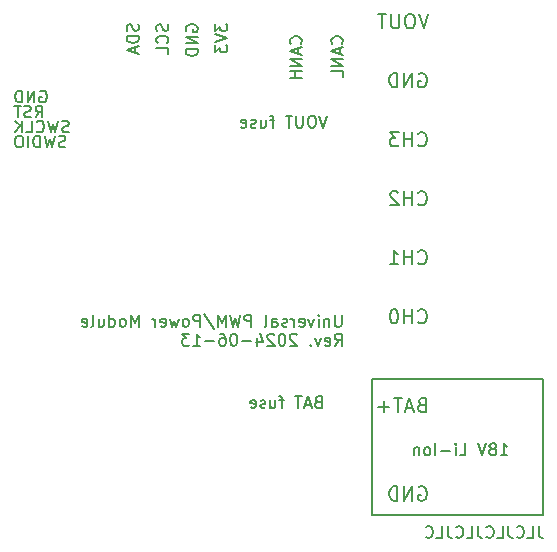
<source format=gbr>
%TF.GenerationSoftware,KiCad,Pcbnew,8.0.3*%
%TF.CreationDate,2024-06-13T00:54:23+02:00*%
%TF.ProjectId,pwm-ctrl,70776d2d-6374-4726-9c2e-6b696361645f,1*%
%TF.SameCoordinates,Original*%
%TF.FileFunction,Legend,Bot*%
%TF.FilePolarity,Positive*%
%FSLAX46Y46*%
G04 Gerber Fmt 4.6, Leading zero omitted, Abs format (unit mm)*
G04 Created by KiCad (PCBNEW 8.0.3) date 2024-06-13 00:54:23*
%MOMM*%
%LPD*%
G01*
G04 APERTURE LIST*
%ADD10C,0.150000*%
%ADD11C,0.160000*%
G04 APERTURE END LIST*
D10*
X188443420Y-131564075D02*
X188443420Y-132373598D01*
X188443420Y-132373598D02*
X188395801Y-132468836D01*
X188395801Y-132468836D02*
X188348182Y-132516456D01*
X188348182Y-132516456D02*
X188252944Y-132564075D01*
X188252944Y-132564075D02*
X188062468Y-132564075D01*
X188062468Y-132564075D02*
X187967230Y-132516456D01*
X187967230Y-132516456D02*
X187919611Y-132468836D01*
X187919611Y-132468836D02*
X187871992Y-132373598D01*
X187871992Y-132373598D02*
X187871992Y-131564075D01*
X187395801Y-131897408D02*
X187395801Y-132564075D01*
X187395801Y-131992646D02*
X187348182Y-131945027D01*
X187348182Y-131945027D02*
X187252944Y-131897408D01*
X187252944Y-131897408D02*
X187110087Y-131897408D01*
X187110087Y-131897408D02*
X187014849Y-131945027D01*
X187014849Y-131945027D02*
X186967230Y-132040265D01*
X186967230Y-132040265D02*
X186967230Y-132564075D01*
X186491039Y-132564075D02*
X186491039Y-131897408D01*
X186491039Y-131564075D02*
X186538658Y-131611694D01*
X186538658Y-131611694D02*
X186491039Y-131659313D01*
X186491039Y-131659313D02*
X186443420Y-131611694D01*
X186443420Y-131611694D02*
X186491039Y-131564075D01*
X186491039Y-131564075D02*
X186491039Y-131659313D01*
X186110087Y-131897408D02*
X185871992Y-132564075D01*
X185871992Y-132564075D02*
X185633897Y-131897408D01*
X184871992Y-132516456D02*
X184967230Y-132564075D01*
X184967230Y-132564075D02*
X185157706Y-132564075D01*
X185157706Y-132564075D02*
X185252944Y-132516456D01*
X185252944Y-132516456D02*
X185300563Y-132421217D01*
X185300563Y-132421217D02*
X185300563Y-132040265D01*
X185300563Y-132040265D02*
X185252944Y-131945027D01*
X185252944Y-131945027D02*
X185157706Y-131897408D01*
X185157706Y-131897408D02*
X184967230Y-131897408D01*
X184967230Y-131897408D02*
X184871992Y-131945027D01*
X184871992Y-131945027D02*
X184824373Y-132040265D01*
X184824373Y-132040265D02*
X184824373Y-132135503D01*
X184824373Y-132135503D02*
X185300563Y-132230741D01*
X184395801Y-132564075D02*
X184395801Y-131897408D01*
X184395801Y-132087884D02*
X184348182Y-131992646D01*
X184348182Y-131992646D02*
X184300563Y-131945027D01*
X184300563Y-131945027D02*
X184205325Y-131897408D01*
X184205325Y-131897408D02*
X184110087Y-131897408D01*
X183824372Y-132516456D02*
X183729134Y-132564075D01*
X183729134Y-132564075D02*
X183538658Y-132564075D01*
X183538658Y-132564075D02*
X183443420Y-132516456D01*
X183443420Y-132516456D02*
X183395801Y-132421217D01*
X183395801Y-132421217D02*
X183395801Y-132373598D01*
X183395801Y-132373598D02*
X183443420Y-132278360D01*
X183443420Y-132278360D02*
X183538658Y-132230741D01*
X183538658Y-132230741D02*
X183681515Y-132230741D01*
X183681515Y-132230741D02*
X183776753Y-132183122D01*
X183776753Y-132183122D02*
X183824372Y-132087884D01*
X183824372Y-132087884D02*
X183824372Y-132040265D01*
X183824372Y-132040265D02*
X183776753Y-131945027D01*
X183776753Y-131945027D02*
X183681515Y-131897408D01*
X183681515Y-131897408D02*
X183538658Y-131897408D01*
X183538658Y-131897408D02*
X183443420Y-131945027D01*
X182538658Y-132564075D02*
X182538658Y-132040265D01*
X182538658Y-132040265D02*
X182586277Y-131945027D01*
X182586277Y-131945027D02*
X182681515Y-131897408D01*
X182681515Y-131897408D02*
X182871991Y-131897408D01*
X182871991Y-131897408D02*
X182967229Y-131945027D01*
X182538658Y-132516456D02*
X182633896Y-132564075D01*
X182633896Y-132564075D02*
X182871991Y-132564075D01*
X182871991Y-132564075D02*
X182967229Y-132516456D01*
X182967229Y-132516456D02*
X183014848Y-132421217D01*
X183014848Y-132421217D02*
X183014848Y-132325979D01*
X183014848Y-132325979D02*
X182967229Y-132230741D01*
X182967229Y-132230741D02*
X182871991Y-132183122D01*
X182871991Y-132183122D02*
X182633896Y-132183122D01*
X182633896Y-132183122D02*
X182538658Y-132135503D01*
X181919610Y-132564075D02*
X182014848Y-132516456D01*
X182014848Y-132516456D02*
X182062467Y-132421217D01*
X182062467Y-132421217D02*
X182062467Y-131564075D01*
X180776752Y-132564075D02*
X180776752Y-131564075D01*
X180776752Y-131564075D02*
X180395800Y-131564075D01*
X180395800Y-131564075D02*
X180300562Y-131611694D01*
X180300562Y-131611694D02*
X180252943Y-131659313D01*
X180252943Y-131659313D02*
X180205324Y-131754551D01*
X180205324Y-131754551D02*
X180205324Y-131897408D01*
X180205324Y-131897408D02*
X180252943Y-131992646D01*
X180252943Y-131992646D02*
X180300562Y-132040265D01*
X180300562Y-132040265D02*
X180395800Y-132087884D01*
X180395800Y-132087884D02*
X180776752Y-132087884D01*
X179871990Y-131564075D02*
X179633895Y-132564075D01*
X179633895Y-132564075D02*
X179443419Y-131849789D01*
X179443419Y-131849789D02*
X179252943Y-132564075D01*
X179252943Y-132564075D02*
X179014848Y-131564075D01*
X178633895Y-132564075D02*
X178633895Y-131564075D01*
X178633895Y-131564075D02*
X178300562Y-132278360D01*
X178300562Y-132278360D02*
X177967229Y-131564075D01*
X177967229Y-131564075D02*
X177967229Y-132564075D01*
X176776753Y-131516456D02*
X177633895Y-132802170D01*
X176443419Y-132564075D02*
X176443419Y-131564075D01*
X176443419Y-131564075D02*
X176062467Y-131564075D01*
X176062467Y-131564075D02*
X175967229Y-131611694D01*
X175967229Y-131611694D02*
X175919610Y-131659313D01*
X175919610Y-131659313D02*
X175871991Y-131754551D01*
X175871991Y-131754551D02*
X175871991Y-131897408D01*
X175871991Y-131897408D02*
X175919610Y-131992646D01*
X175919610Y-131992646D02*
X175967229Y-132040265D01*
X175967229Y-132040265D02*
X176062467Y-132087884D01*
X176062467Y-132087884D02*
X176443419Y-132087884D01*
X175300562Y-132564075D02*
X175395800Y-132516456D01*
X175395800Y-132516456D02*
X175443419Y-132468836D01*
X175443419Y-132468836D02*
X175491038Y-132373598D01*
X175491038Y-132373598D02*
X175491038Y-132087884D01*
X175491038Y-132087884D02*
X175443419Y-131992646D01*
X175443419Y-131992646D02*
X175395800Y-131945027D01*
X175395800Y-131945027D02*
X175300562Y-131897408D01*
X175300562Y-131897408D02*
X175157705Y-131897408D01*
X175157705Y-131897408D02*
X175062467Y-131945027D01*
X175062467Y-131945027D02*
X175014848Y-131992646D01*
X175014848Y-131992646D02*
X174967229Y-132087884D01*
X174967229Y-132087884D02*
X174967229Y-132373598D01*
X174967229Y-132373598D02*
X175014848Y-132468836D01*
X175014848Y-132468836D02*
X175062467Y-132516456D01*
X175062467Y-132516456D02*
X175157705Y-132564075D01*
X175157705Y-132564075D02*
X175300562Y-132564075D01*
X174633895Y-131897408D02*
X174443419Y-132564075D01*
X174443419Y-132564075D02*
X174252943Y-132087884D01*
X174252943Y-132087884D02*
X174062467Y-132564075D01*
X174062467Y-132564075D02*
X173871991Y-131897408D01*
X173110086Y-132516456D02*
X173205324Y-132564075D01*
X173205324Y-132564075D02*
X173395800Y-132564075D01*
X173395800Y-132564075D02*
X173491038Y-132516456D01*
X173491038Y-132516456D02*
X173538657Y-132421217D01*
X173538657Y-132421217D02*
X173538657Y-132040265D01*
X173538657Y-132040265D02*
X173491038Y-131945027D01*
X173491038Y-131945027D02*
X173395800Y-131897408D01*
X173395800Y-131897408D02*
X173205324Y-131897408D01*
X173205324Y-131897408D02*
X173110086Y-131945027D01*
X173110086Y-131945027D02*
X173062467Y-132040265D01*
X173062467Y-132040265D02*
X173062467Y-132135503D01*
X173062467Y-132135503D02*
X173538657Y-132230741D01*
X172633895Y-132564075D02*
X172633895Y-131897408D01*
X172633895Y-132087884D02*
X172586276Y-131992646D01*
X172586276Y-131992646D02*
X172538657Y-131945027D01*
X172538657Y-131945027D02*
X172443419Y-131897408D01*
X172443419Y-131897408D02*
X172348181Y-131897408D01*
X171252942Y-132564075D02*
X171252942Y-131564075D01*
X171252942Y-131564075D02*
X170919609Y-132278360D01*
X170919609Y-132278360D02*
X170586276Y-131564075D01*
X170586276Y-131564075D02*
X170586276Y-132564075D01*
X169967228Y-132564075D02*
X170062466Y-132516456D01*
X170062466Y-132516456D02*
X170110085Y-132468836D01*
X170110085Y-132468836D02*
X170157704Y-132373598D01*
X170157704Y-132373598D02*
X170157704Y-132087884D01*
X170157704Y-132087884D02*
X170110085Y-131992646D01*
X170110085Y-131992646D02*
X170062466Y-131945027D01*
X170062466Y-131945027D02*
X169967228Y-131897408D01*
X169967228Y-131897408D02*
X169824371Y-131897408D01*
X169824371Y-131897408D02*
X169729133Y-131945027D01*
X169729133Y-131945027D02*
X169681514Y-131992646D01*
X169681514Y-131992646D02*
X169633895Y-132087884D01*
X169633895Y-132087884D02*
X169633895Y-132373598D01*
X169633895Y-132373598D02*
X169681514Y-132468836D01*
X169681514Y-132468836D02*
X169729133Y-132516456D01*
X169729133Y-132516456D02*
X169824371Y-132564075D01*
X169824371Y-132564075D02*
X169967228Y-132564075D01*
X168776752Y-132564075D02*
X168776752Y-131564075D01*
X168776752Y-132516456D02*
X168871990Y-132564075D01*
X168871990Y-132564075D02*
X169062466Y-132564075D01*
X169062466Y-132564075D02*
X169157704Y-132516456D01*
X169157704Y-132516456D02*
X169205323Y-132468836D01*
X169205323Y-132468836D02*
X169252942Y-132373598D01*
X169252942Y-132373598D02*
X169252942Y-132087884D01*
X169252942Y-132087884D02*
X169205323Y-131992646D01*
X169205323Y-131992646D02*
X169157704Y-131945027D01*
X169157704Y-131945027D02*
X169062466Y-131897408D01*
X169062466Y-131897408D02*
X168871990Y-131897408D01*
X168871990Y-131897408D02*
X168776752Y-131945027D01*
X167871990Y-131897408D02*
X167871990Y-132564075D01*
X168300561Y-131897408D02*
X168300561Y-132421217D01*
X168300561Y-132421217D02*
X168252942Y-132516456D01*
X168252942Y-132516456D02*
X168157704Y-132564075D01*
X168157704Y-132564075D02*
X168014847Y-132564075D01*
X168014847Y-132564075D02*
X167919609Y-132516456D01*
X167919609Y-132516456D02*
X167871990Y-132468836D01*
X167252942Y-132564075D02*
X167348180Y-132516456D01*
X167348180Y-132516456D02*
X167395799Y-132421217D01*
X167395799Y-132421217D02*
X167395799Y-131564075D01*
X166491037Y-132516456D02*
X166586275Y-132564075D01*
X166586275Y-132564075D02*
X166776751Y-132564075D01*
X166776751Y-132564075D02*
X166871989Y-132516456D01*
X166871989Y-132516456D02*
X166919608Y-132421217D01*
X166919608Y-132421217D02*
X166919608Y-132040265D01*
X166919608Y-132040265D02*
X166871989Y-131945027D01*
X166871989Y-131945027D02*
X166776751Y-131897408D01*
X166776751Y-131897408D02*
X166586275Y-131897408D01*
X166586275Y-131897408D02*
X166491037Y-131945027D01*
X166491037Y-131945027D02*
X166443418Y-132040265D01*
X166443418Y-132040265D02*
X166443418Y-132135503D01*
X166443418Y-132135503D02*
X166919608Y-132230741D01*
X187871992Y-134174019D02*
X188205325Y-133697828D01*
X188443420Y-134174019D02*
X188443420Y-133174019D01*
X188443420Y-133174019D02*
X188062468Y-133174019D01*
X188062468Y-133174019D02*
X187967230Y-133221638D01*
X187967230Y-133221638D02*
X187919611Y-133269257D01*
X187919611Y-133269257D02*
X187871992Y-133364495D01*
X187871992Y-133364495D02*
X187871992Y-133507352D01*
X187871992Y-133507352D02*
X187919611Y-133602590D01*
X187919611Y-133602590D02*
X187967230Y-133650209D01*
X187967230Y-133650209D02*
X188062468Y-133697828D01*
X188062468Y-133697828D02*
X188443420Y-133697828D01*
X187062468Y-134126400D02*
X187157706Y-134174019D01*
X187157706Y-134174019D02*
X187348182Y-134174019D01*
X187348182Y-134174019D02*
X187443420Y-134126400D01*
X187443420Y-134126400D02*
X187491039Y-134031161D01*
X187491039Y-134031161D02*
X187491039Y-133650209D01*
X187491039Y-133650209D02*
X187443420Y-133554971D01*
X187443420Y-133554971D02*
X187348182Y-133507352D01*
X187348182Y-133507352D02*
X187157706Y-133507352D01*
X187157706Y-133507352D02*
X187062468Y-133554971D01*
X187062468Y-133554971D02*
X187014849Y-133650209D01*
X187014849Y-133650209D02*
X187014849Y-133745447D01*
X187014849Y-133745447D02*
X187491039Y-133840685D01*
X186681515Y-133507352D02*
X186443420Y-134174019D01*
X186443420Y-134174019D02*
X186205325Y-133507352D01*
X185824372Y-134078780D02*
X185776753Y-134126400D01*
X185776753Y-134126400D02*
X185824372Y-134174019D01*
X185824372Y-134174019D02*
X185871991Y-134126400D01*
X185871991Y-134126400D02*
X185824372Y-134078780D01*
X185824372Y-134078780D02*
X185824372Y-134174019D01*
X184633896Y-133269257D02*
X184586277Y-133221638D01*
X184586277Y-133221638D02*
X184491039Y-133174019D01*
X184491039Y-133174019D02*
X184252944Y-133174019D01*
X184252944Y-133174019D02*
X184157706Y-133221638D01*
X184157706Y-133221638D02*
X184110087Y-133269257D01*
X184110087Y-133269257D02*
X184062468Y-133364495D01*
X184062468Y-133364495D02*
X184062468Y-133459733D01*
X184062468Y-133459733D02*
X184110087Y-133602590D01*
X184110087Y-133602590D02*
X184681515Y-134174019D01*
X184681515Y-134174019D02*
X184062468Y-134174019D01*
X183443420Y-133174019D02*
X183348182Y-133174019D01*
X183348182Y-133174019D02*
X183252944Y-133221638D01*
X183252944Y-133221638D02*
X183205325Y-133269257D01*
X183205325Y-133269257D02*
X183157706Y-133364495D01*
X183157706Y-133364495D02*
X183110087Y-133554971D01*
X183110087Y-133554971D02*
X183110087Y-133793066D01*
X183110087Y-133793066D02*
X183157706Y-133983542D01*
X183157706Y-133983542D02*
X183205325Y-134078780D01*
X183205325Y-134078780D02*
X183252944Y-134126400D01*
X183252944Y-134126400D02*
X183348182Y-134174019D01*
X183348182Y-134174019D02*
X183443420Y-134174019D01*
X183443420Y-134174019D02*
X183538658Y-134126400D01*
X183538658Y-134126400D02*
X183586277Y-134078780D01*
X183586277Y-134078780D02*
X183633896Y-133983542D01*
X183633896Y-133983542D02*
X183681515Y-133793066D01*
X183681515Y-133793066D02*
X183681515Y-133554971D01*
X183681515Y-133554971D02*
X183633896Y-133364495D01*
X183633896Y-133364495D02*
X183586277Y-133269257D01*
X183586277Y-133269257D02*
X183538658Y-133221638D01*
X183538658Y-133221638D02*
X183443420Y-133174019D01*
X182729134Y-133269257D02*
X182681515Y-133221638D01*
X182681515Y-133221638D02*
X182586277Y-133174019D01*
X182586277Y-133174019D02*
X182348182Y-133174019D01*
X182348182Y-133174019D02*
X182252944Y-133221638D01*
X182252944Y-133221638D02*
X182205325Y-133269257D01*
X182205325Y-133269257D02*
X182157706Y-133364495D01*
X182157706Y-133364495D02*
X182157706Y-133459733D01*
X182157706Y-133459733D02*
X182205325Y-133602590D01*
X182205325Y-133602590D02*
X182776753Y-134174019D01*
X182776753Y-134174019D02*
X182157706Y-134174019D01*
X181300563Y-133507352D02*
X181300563Y-134174019D01*
X181538658Y-133126400D02*
X181776753Y-133840685D01*
X181776753Y-133840685D02*
X181157706Y-133840685D01*
X180776753Y-133793066D02*
X180014849Y-133793066D01*
X179348182Y-133174019D02*
X179252944Y-133174019D01*
X179252944Y-133174019D02*
X179157706Y-133221638D01*
X179157706Y-133221638D02*
X179110087Y-133269257D01*
X179110087Y-133269257D02*
X179062468Y-133364495D01*
X179062468Y-133364495D02*
X179014849Y-133554971D01*
X179014849Y-133554971D02*
X179014849Y-133793066D01*
X179014849Y-133793066D02*
X179062468Y-133983542D01*
X179062468Y-133983542D02*
X179110087Y-134078780D01*
X179110087Y-134078780D02*
X179157706Y-134126400D01*
X179157706Y-134126400D02*
X179252944Y-134174019D01*
X179252944Y-134174019D02*
X179348182Y-134174019D01*
X179348182Y-134174019D02*
X179443420Y-134126400D01*
X179443420Y-134126400D02*
X179491039Y-134078780D01*
X179491039Y-134078780D02*
X179538658Y-133983542D01*
X179538658Y-133983542D02*
X179586277Y-133793066D01*
X179586277Y-133793066D02*
X179586277Y-133554971D01*
X179586277Y-133554971D02*
X179538658Y-133364495D01*
X179538658Y-133364495D02*
X179491039Y-133269257D01*
X179491039Y-133269257D02*
X179443420Y-133221638D01*
X179443420Y-133221638D02*
X179348182Y-133174019D01*
X178157706Y-133174019D02*
X178348182Y-133174019D01*
X178348182Y-133174019D02*
X178443420Y-133221638D01*
X178443420Y-133221638D02*
X178491039Y-133269257D01*
X178491039Y-133269257D02*
X178586277Y-133412114D01*
X178586277Y-133412114D02*
X178633896Y-133602590D01*
X178633896Y-133602590D02*
X178633896Y-133983542D01*
X178633896Y-133983542D02*
X178586277Y-134078780D01*
X178586277Y-134078780D02*
X178538658Y-134126400D01*
X178538658Y-134126400D02*
X178443420Y-134174019D01*
X178443420Y-134174019D02*
X178252944Y-134174019D01*
X178252944Y-134174019D02*
X178157706Y-134126400D01*
X178157706Y-134126400D02*
X178110087Y-134078780D01*
X178110087Y-134078780D02*
X178062468Y-133983542D01*
X178062468Y-133983542D02*
X178062468Y-133745447D01*
X178062468Y-133745447D02*
X178110087Y-133650209D01*
X178110087Y-133650209D02*
X178157706Y-133602590D01*
X178157706Y-133602590D02*
X178252944Y-133554971D01*
X178252944Y-133554971D02*
X178443420Y-133554971D01*
X178443420Y-133554971D02*
X178538658Y-133602590D01*
X178538658Y-133602590D02*
X178586277Y-133650209D01*
X178586277Y-133650209D02*
X178633896Y-133745447D01*
X177633896Y-133793066D02*
X176871992Y-133793066D01*
X175871992Y-134174019D02*
X176443420Y-134174019D01*
X176157706Y-134174019D02*
X176157706Y-133174019D01*
X176157706Y-133174019D02*
X176252944Y-133316876D01*
X176252944Y-133316876D02*
X176348182Y-133412114D01*
X176348182Y-133412114D02*
X176443420Y-133459733D01*
X175538658Y-133174019D02*
X174919611Y-133174019D01*
X174919611Y-133174019D02*
X175252944Y-133554971D01*
X175252944Y-133554971D02*
X175110087Y-133554971D01*
X175110087Y-133554971D02*
X175014849Y-133602590D01*
X175014849Y-133602590D02*
X174967230Y-133650209D01*
X174967230Y-133650209D02*
X174919611Y-133745447D01*
X174919611Y-133745447D02*
X174919611Y-133983542D01*
X174919611Y-133983542D02*
X174967230Y-134078780D01*
X174967230Y-134078780D02*
X175014849Y-134126400D01*
X175014849Y-134126400D02*
X175110087Y-134174019D01*
X175110087Y-134174019D02*
X175395801Y-134174019D01*
X175395801Y-134174019D02*
X175491039Y-134126400D01*
X175491039Y-134126400D02*
X175538658Y-134078780D01*
X191000000Y-137000000D02*
X205500000Y-137000000D01*
X205500000Y-148500000D01*
X191000000Y-148500000D01*
X191000000Y-137000000D01*
D11*
X194923308Y-122182537D02*
X194980451Y-122239680D01*
X194980451Y-122239680D02*
X195151879Y-122296822D01*
X195151879Y-122296822D02*
X195266165Y-122296822D01*
X195266165Y-122296822D02*
X195437594Y-122239680D01*
X195437594Y-122239680D02*
X195551879Y-122125394D01*
X195551879Y-122125394D02*
X195609022Y-122011108D01*
X195609022Y-122011108D02*
X195666165Y-121782537D01*
X195666165Y-121782537D02*
X195666165Y-121611108D01*
X195666165Y-121611108D02*
X195609022Y-121382537D01*
X195609022Y-121382537D02*
X195551879Y-121268251D01*
X195551879Y-121268251D02*
X195437594Y-121153965D01*
X195437594Y-121153965D02*
X195266165Y-121096822D01*
X195266165Y-121096822D02*
X195151879Y-121096822D01*
X195151879Y-121096822D02*
X194980451Y-121153965D01*
X194980451Y-121153965D02*
X194923308Y-121211108D01*
X194409022Y-122296822D02*
X194409022Y-121096822D01*
X194409022Y-121668251D02*
X193723308Y-121668251D01*
X193723308Y-122296822D02*
X193723308Y-121096822D01*
X193209022Y-121211108D02*
X193151879Y-121153965D01*
X193151879Y-121153965D02*
X193037594Y-121096822D01*
X193037594Y-121096822D02*
X192751879Y-121096822D01*
X192751879Y-121096822D02*
X192637594Y-121153965D01*
X192637594Y-121153965D02*
X192580451Y-121211108D01*
X192580451Y-121211108D02*
X192523308Y-121325394D01*
X192523308Y-121325394D02*
X192523308Y-121439680D01*
X192523308Y-121439680D02*
X192580451Y-121611108D01*
X192580451Y-121611108D02*
X193266165Y-122296822D01*
X193266165Y-122296822D02*
X192523308Y-122296822D01*
X194923308Y-127182537D02*
X194980451Y-127239680D01*
X194980451Y-127239680D02*
X195151879Y-127296822D01*
X195151879Y-127296822D02*
X195266165Y-127296822D01*
X195266165Y-127296822D02*
X195437594Y-127239680D01*
X195437594Y-127239680D02*
X195551879Y-127125394D01*
X195551879Y-127125394D02*
X195609022Y-127011108D01*
X195609022Y-127011108D02*
X195666165Y-126782537D01*
X195666165Y-126782537D02*
X195666165Y-126611108D01*
X195666165Y-126611108D02*
X195609022Y-126382537D01*
X195609022Y-126382537D02*
X195551879Y-126268251D01*
X195551879Y-126268251D02*
X195437594Y-126153965D01*
X195437594Y-126153965D02*
X195266165Y-126096822D01*
X195266165Y-126096822D02*
X195151879Y-126096822D01*
X195151879Y-126096822D02*
X194980451Y-126153965D01*
X194980451Y-126153965D02*
X194923308Y-126211108D01*
X194409022Y-127296822D02*
X194409022Y-126096822D01*
X194409022Y-126668251D02*
X193723308Y-126668251D01*
X193723308Y-127296822D02*
X193723308Y-126096822D01*
X192523308Y-127296822D02*
X193209022Y-127296822D01*
X192866165Y-127296822D02*
X192866165Y-126096822D01*
X192866165Y-126096822D02*
X192980451Y-126268251D01*
X192980451Y-126268251D02*
X193094736Y-126382537D01*
X193094736Y-126382537D02*
X193209022Y-126439680D01*
D10*
X186440476Y-138931009D02*
X186297619Y-138978628D01*
X186297619Y-138978628D02*
X186250000Y-139026247D01*
X186250000Y-139026247D02*
X186202381Y-139121485D01*
X186202381Y-139121485D02*
X186202381Y-139264342D01*
X186202381Y-139264342D02*
X186250000Y-139359580D01*
X186250000Y-139359580D02*
X186297619Y-139407200D01*
X186297619Y-139407200D02*
X186392857Y-139454819D01*
X186392857Y-139454819D02*
X186773809Y-139454819D01*
X186773809Y-139454819D02*
X186773809Y-138454819D01*
X186773809Y-138454819D02*
X186440476Y-138454819D01*
X186440476Y-138454819D02*
X186345238Y-138502438D01*
X186345238Y-138502438D02*
X186297619Y-138550057D01*
X186297619Y-138550057D02*
X186250000Y-138645295D01*
X186250000Y-138645295D02*
X186250000Y-138740533D01*
X186250000Y-138740533D02*
X186297619Y-138835771D01*
X186297619Y-138835771D02*
X186345238Y-138883390D01*
X186345238Y-138883390D02*
X186440476Y-138931009D01*
X186440476Y-138931009D02*
X186773809Y-138931009D01*
X185821428Y-139169104D02*
X185345238Y-139169104D01*
X185916666Y-139454819D02*
X185583333Y-138454819D01*
X185583333Y-138454819D02*
X185250000Y-139454819D01*
X185059523Y-138454819D02*
X184488095Y-138454819D01*
X184773809Y-139454819D02*
X184773809Y-138454819D01*
X183535713Y-138788152D02*
X183154761Y-138788152D01*
X183392856Y-139454819D02*
X183392856Y-138597676D01*
X183392856Y-138597676D02*
X183345237Y-138502438D01*
X183345237Y-138502438D02*
X183249999Y-138454819D01*
X183249999Y-138454819D02*
X183154761Y-138454819D01*
X182392856Y-138788152D02*
X182392856Y-139454819D01*
X182821427Y-138788152D02*
X182821427Y-139311961D01*
X182821427Y-139311961D02*
X182773808Y-139407200D01*
X182773808Y-139407200D02*
X182678570Y-139454819D01*
X182678570Y-139454819D02*
X182535713Y-139454819D01*
X182535713Y-139454819D02*
X182440475Y-139407200D01*
X182440475Y-139407200D02*
X182392856Y-139359580D01*
X181964284Y-139407200D02*
X181869046Y-139454819D01*
X181869046Y-139454819D02*
X181678570Y-139454819D01*
X181678570Y-139454819D02*
X181583332Y-139407200D01*
X181583332Y-139407200D02*
X181535713Y-139311961D01*
X181535713Y-139311961D02*
X181535713Y-139264342D01*
X181535713Y-139264342D02*
X181583332Y-139169104D01*
X181583332Y-139169104D02*
X181678570Y-139121485D01*
X181678570Y-139121485D02*
X181821427Y-139121485D01*
X181821427Y-139121485D02*
X181916665Y-139073866D01*
X181916665Y-139073866D02*
X181964284Y-138978628D01*
X181964284Y-138978628D02*
X181964284Y-138931009D01*
X181964284Y-138931009D02*
X181916665Y-138835771D01*
X181916665Y-138835771D02*
X181821427Y-138788152D01*
X181821427Y-138788152D02*
X181678570Y-138788152D01*
X181678570Y-138788152D02*
X181583332Y-138835771D01*
X180726189Y-139407200D02*
X180821427Y-139454819D01*
X180821427Y-139454819D02*
X181011903Y-139454819D01*
X181011903Y-139454819D02*
X181107141Y-139407200D01*
X181107141Y-139407200D02*
X181154760Y-139311961D01*
X181154760Y-139311961D02*
X181154760Y-138931009D01*
X181154760Y-138931009D02*
X181107141Y-138835771D01*
X181107141Y-138835771D02*
X181011903Y-138788152D01*
X181011903Y-138788152D02*
X180821427Y-138788152D01*
X180821427Y-138788152D02*
X180726189Y-138835771D01*
X180726189Y-138835771D02*
X180678570Y-138931009D01*
X180678570Y-138931009D02*
X180678570Y-139026247D01*
X180678570Y-139026247D02*
X181154760Y-139121485D01*
X173707200Y-106964160D02*
X173754819Y-107107017D01*
X173754819Y-107107017D02*
X173754819Y-107345112D01*
X173754819Y-107345112D02*
X173707200Y-107440350D01*
X173707200Y-107440350D02*
X173659580Y-107487969D01*
X173659580Y-107487969D02*
X173564342Y-107535588D01*
X173564342Y-107535588D02*
X173469104Y-107535588D01*
X173469104Y-107535588D02*
X173373866Y-107487969D01*
X173373866Y-107487969D02*
X173326247Y-107440350D01*
X173326247Y-107440350D02*
X173278628Y-107345112D01*
X173278628Y-107345112D02*
X173231009Y-107154636D01*
X173231009Y-107154636D02*
X173183390Y-107059398D01*
X173183390Y-107059398D02*
X173135771Y-107011779D01*
X173135771Y-107011779D02*
X173040533Y-106964160D01*
X173040533Y-106964160D02*
X172945295Y-106964160D01*
X172945295Y-106964160D02*
X172850057Y-107011779D01*
X172850057Y-107011779D02*
X172802438Y-107059398D01*
X172802438Y-107059398D02*
X172754819Y-107154636D01*
X172754819Y-107154636D02*
X172754819Y-107392731D01*
X172754819Y-107392731D02*
X172802438Y-107535588D01*
X173659580Y-108535588D02*
X173707200Y-108487969D01*
X173707200Y-108487969D02*
X173754819Y-108345112D01*
X173754819Y-108345112D02*
X173754819Y-108249874D01*
X173754819Y-108249874D02*
X173707200Y-108107017D01*
X173707200Y-108107017D02*
X173611961Y-108011779D01*
X173611961Y-108011779D02*
X173516723Y-107964160D01*
X173516723Y-107964160D02*
X173326247Y-107916541D01*
X173326247Y-107916541D02*
X173183390Y-107916541D01*
X173183390Y-107916541D02*
X172992914Y-107964160D01*
X172992914Y-107964160D02*
X172897676Y-108011779D01*
X172897676Y-108011779D02*
X172802438Y-108107017D01*
X172802438Y-108107017D02*
X172754819Y-108249874D01*
X172754819Y-108249874D02*
X172754819Y-108345112D01*
X172754819Y-108345112D02*
X172802438Y-108487969D01*
X172802438Y-108487969D02*
X172850057Y-108535588D01*
X173754819Y-109440350D02*
X173754819Y-108964160D01*
X173754819Y-108964160D02*
X172754819Y-108964160D01*
X162904398Y-112632438D02*
X162999636Y-112584819D01*
X162999636Y-112584819D02*
X163142493Y-112584819D01*
X163142493Y-112584819D02*
X163285350Y-112632438D01*
X163285350Y-112632438D02*
X163380588Y-112727676D01*
X163380588Y-112727676D02*
X163428207Y-112822914D01*
X163428207Y-112822914D02*
X163475826Y-113013390D01*
X163475826Y-113013390D02*
X163475826Y-113156247D01*
X163475826Y-113156247D02*
X163428207Y-113346723D01*
X163428207Y-113346723D02*
X163380588Y-113441961D01*
X163380588Y-113441961D02*
X163285350Y-113537200D01*
X163285350Y-113537200D02*
X163142493Y-113584819D01*
X163142493Y-113584819D02*
X163047255Y-113584819D01*
X163047255Y-113584819D02*
X162904398Y-113537200D01*
X162904398Y-113537200D02*
X162856779Y-113489580D01*
X162856779Y-113489580D02*
X162856779Y-113156247D01*
X162856779Y-113156247D02*
X163047255Y-113156247D01*
X162428207Y-113584819D02*
X162428207Y-112584819D01*
X162428207Y-112584819D02*
X161856779Y-113584819D01*
X161856779Y-113584819D02*
X161856779Y-112584819D01*
X161380588Y-113584819D02*
X161380588Y-112584819D01*
X161380588Y-112584819D02*
X161142493Y-112584819D01*
X161142493Y-112584819D02*
X160999636Y-112632438D01*
X160999636Y-112632438D02*
X160904398Y-112727676D01*
X160904398Y-112727676D02*
X160856779Y-112822914D01*
X160856779Y-112822914D02*
X160809160Y-113013390D01*
X160809160Y-113013390D02*
X160809160Y-113156247D01*
X160809160Y-113156247D02*
X160856779Y-113346723D01*
X160856779Y-113346723D02*
X160904398Y-113441961D01*
X160904398Y-113441961D02*
X160999636Y-113537200D01*
X160999636Y-113537200D02*
X161142493Y-113584819D01*
X161142493Y-113584819D02*
X161380588Y-113584819D01*
X201904761Y-143454819D02*
X202476189Y-143454819D01*
X202190475Y-143454819D02*
X202190475Y-142454819D01*
X202190475Y-142454819D02*
X202285713Y-142597676D01*
X202285713Y-142597676D02*
X202380951Y-142692914D01*
X202380951Y-142692914D02*
X202476189Y-142740533D01*
X201333332Y-142883390D02*
X201428570Y-142835771D01*
X201428570Y-142835771D02*
X201476189Y-142788152D01*
X201476189Y-142788152D02*
X201523808Y-142692914D01*
X201523808Y-142692914D02*
X201523808Y-142645295D01*
X201523808Y-142645295D02*
X201476189Y-142550057D01*
X201476189Y-142550057D02*
X201428570Y-142502438D01*
X201428570Y-142502438D02*
X201333332Y-142454819D01*
X201333332Y-142454819D02*
X201142856Y-142454819D01*
X201142856Y-142454819D02*
X201047618Y-142502438D01*
X201047618Y-142502438D02*
X200999999Y-142550057D01*
X200999999Y-142550057D02*
X200952380Y-142645295D01*
X200952380Y-142645295D02*
X200952380Y-142692914D01*
X200952380Y-142692914D02*
X200999999Y-142788152D01*
X200999999Y-142788152D02*
X201047618Y-142835771D01*
X201047618Y-142835771D02*
X201142856Y-142883390D01*
X201142856Y-142883390D02*
X201333332Y-142883390D01*
X201333332Y-142883390D02*
X201428570Y-142931009D01*
X201428570Y-142931009D02*
X201476189Y-142978628D01*
X201476189Y-142978628D02*
X201523808Y-143073866D01*
X201523808Y-143073866D02*
X201523808Y-143264342D01*
X201523808Y-143264342D02*
X201476189Y-143359580D01*
X201476189Y-143359580D02*
X201428570Y-143407200D01*
X201428570Y-143407200D02*
X201333332Y-143454819D01*
X201333332Y-143454819D02*
X201142856Y-143454819D01*
X201142856Y-143454819D02*
X201047618Y-143407200D01*
X201047618Y-143407200D02*
X200999999Y-143359580D01*
X200999999Y-143359580D02*
X200952380Y-143264342D01*
X200952380Y-143264342D02*
X200952380Y-143073866D01*
X200952380Y-143073866D02*
X200999999Y-142978628D01*
X200999999Y-142978628D02*
X201047618Y-142931009D01*
X201047618Y-142931009D02*
X201142856Y-142883390D01*
X200666665Y-142454819D02*
X200333332Y-143454819D01*
X200333332Y-143454819D02*
X199999999Y-142454819D01*
X198428570Y-143454819D02*
X198904760Y-143454819D01*
X198904760Y-143454819D02*
X198904760Y-142454819D01*
X198095236Y-143454819D02*
X198095236Y-142788152D01*
X198095236Y-142454819D02*
X198142855Y-142502438D01*
X198142855Y-142502438D02*
X198095236Y-142550057D01*
X198095236Y-142550057D02*
X198047617Y-142502438D01*
X198047617Y-142502438D02*
X198095236Y-142454819D01*
X198095236Y-142454819D02*
X198095236Y-142550057D01*
X197619046Y-143073866D02*
X196857142Y-143073866D01*
X196380951Y-143454819D02*
X196380951Y-142454819D01*
X195761904Y-143454819D02*
X195857142Y-143407200D01*
X195857142Y-143407200D02*
X195904761Y-143359580D01*
X195904761Y-143359580D02*
X195952380Y-143264342D01*
X195952380Y-143264342D02*
X195952380Y-142978628D01*
X195952380Y-142978628D02*
X195904761Y-142883390D01*
X195904761Y-142883390D02*
X195857142Y-142835771D01*
X195857142Y-142835771D02*
X195761904Y-142788152D01*
X195761904Y-142788152D02*
X195619047Y-142788152D01*
X195619047Y-142788152D02*
X195523809Y-142835771D01*
X195523809Y-142835771D02*
X195476190Y-142883390D01*
X195476190Y-142883390D02*
X195428571Y-142978628D01*
X195428571Y-142978628D02*
X195428571Y-143264342D01*
X195428571Y-143264342D02*
X195476190Y-143359580D01*
X195476190Y-143359580D02*
X195523809Y-143407200D01*
X195523809Y-143407200D02*
X195619047Y-143454819D01*
X195619047Y-143454819D02*
X195761904Y-143454819D01*
X194999999Y-142788152D02*
X194999999Y-143454819D01*
X194999999Y-142883390D02*
X194952380Y-142835771D01*
X194952380Y-142835771D02*
X194857142Y-142788152D01*
X194857142Y-142788152D02*
X194714285Y-142788152D01*
X194714285Y-142788152D02*
X194619047Y-142835771D01*
X194619047Y-142835771D02*
X194571428Y-142931009D01*
X194571428Y-142931009D02*
X194571428Y-143454819D01*
D11*
X194980451Y-111153965D02*
X195094737Y-111096822D01*
X195094737Y-111096822D02*
X195266165Y-111096822D01*
X195266165Y-111096822D02*
X195437594Y-111153965D01*
X195437594Y-111153965D02*
X195551879Y-111268251D01*
X195551879Y-111268251D02*
X195609022Y-111382537D01*
X195609022Y-111382537D02*
X195666165Y-111611108D01*
X195666165Y-111611108D02*
X195666165Y-111782537D01*
X195666165Y-111782537D02*
X195609022Y-112011108D01*
X195609022Y-112011108D02*
X195551879Y-112125394D01*
X195551879Y-112125394D02*
X195437594Y-112239680D01*
X195437594Y-112239680D02*
X195266165Y-112296822D01*
X195266165Y-112296822D02*
X195151879Y-112296822D01*
X195151879Y-112296822D02*
X194980451Y-112239680D01*
X194980451Y-112239680D02*
X194923308Y-112182537D01*
X194923308Y-112182537D02*
X194923308Y-111782537D01*
X194923308Y-111782537D02*
X195151879Y-111782537D01*
X194409022Y-112296822D02*
X194409022Y-111096822D01*
X194409022Y-111096822D02*
X193723308Y-112296822D01*
X193723308Y-112296822D02*
X193723308Y-111096822D01*
X193151879Y-112296822D02*
X193151879Y-111096822D01*
X193151879Y-111096822D02*
X192866165Y-111096822D01*
X192866165Y-111096822D02*
X192694736Y-111153965D01*
X192694736Y-111153965D02*
X192580451Y-111268251D01*
X192580451Y-111268251D02*
X192523308Y-111382537D01*
X192523308Y-111382537D02*
X192466165Y-111611108D01*
X192466165Y-111611108D02*
X192466165Y-111782537D01*
X192466165Y-111782537D02*
X192523308Y-112011108D01*
X192523308Y-112011108D02*
X192580451Y-112125394D01*
X192580451Y-112125394D02*
X192694736Y-112239680D01*
X192694736Y-112239680D02*
X192866165Y-112296822D01*
X192866165Y-112296822D02*
X193151879Y-112296822D01*
D10*
X187214285Y-114704819D02*
X186880952Y-115704819D01*
X186880952Y-115704819D02*
X186547619Y-114704819D01*
X186023809Y-114704819D02*
X185833333Y-114704819D01*
X185833333Y-114704819D02*
X185738095Y-114752438D01*
X185738095Y-114752438D02*
X185642857Y-114847676D01*
X185642857Y-114847676D02*
X185595238Y-115038152D01*
X185595238Y-115038152D02*
X185595238Y-115371485D01*
X185595238Y-115371485D02*
X185642857Y-115561961D01*
X185642857Y-115561961D02*
X185738095Y-115657200D01*
X185738095Y-115657200D02*
X185833333Y-115704819D01*
X185833333Y-115704819D02*
X186023809Y-115704819D01*
X186023809Y-115704819D02*
X186119047Y-115657200D01*
X186119047Y-115657200D02*
X186214285Y-115561961D01*
X186214285Y-115561961D02*
X186261904Y-115371485D01*
X186261904Y-115371485D02*
X186261904Y-115038152D01*
X186261904Y-115038152D02*
X186214285Y-114847676D01*
X186214285Y-114847676D02*
X186119047Y-114752438D01*
X186119047Y-114752438D02*
X186023809Y-114704819D01*
X185166666Y-114704819D02*
X185166666Y-115514342D01*
X185166666Y-115514342D02*
X185119047Y-115609580D01*
X185119047Y-115609580D02*
X185071428Y-115657200D01*
X185071428Y-115657200D02*
X184976190Y-115704819D01*
X184976190Y-115704819D02*
X184785714Y-115704819D01*
X184785714Y-115704819D02*
X184690476Y-115657200D01*
X184690476Y-115657200D02*
X184642857Y-115609580D01*
X184642857Y-115609580D02*
X184595238Y-115514342D01*
X184595238Y-115514342D02*
X184595238Y-114704819D01*
X184261904Y-114704819D02*
X183690476Y-114704819D01*
X183976190Y-115704819D02*
X183976190Y-114704819D01*
X182738094Y-115038152D02*
X182357142Y-115038152D01*
X182595237Y-115704819D02*
X182595237Y-114847676D01*
X182595237Y-114847676D02*
X182547618Y-114752438D01*
X182547618Y-114752438D02*
X182452380Y-114704819D01*
X182452380Y-114704819D02*
X182357142Y-114704819D01*
X181595237Y-115038152D02*
X181595237Y-115704819D01*
X182023808Y-115038152D02*
X182023808Y-115561961D01*
X182023808Y-115561961D02*
X181976189Y-115657200D01*
X181976189Y-115657200D02*
X181880951Y-115704819D01*
X181880951Y-115704819D02*
X181738094Y-115704819D01*
X181738094Y-115704819D02*
X181642856Y-115657200D01*
X181642856Y-115657200D02*
X181595237Y-115609580D01*
X181166665Y-115657200D02*
X181071427Y-115704819D01*
X181071427Y-115704819D02*
X180880951Y-115704819D01*
X180880951Y-115704819D02*
X180785713Y-115657200D01*
X180785713Y-115657200D02*
X180738094Y-115561961D01*
X180738094Y-115561961D02*
X180738094Y-115514342D01*
X180738094Y-115514342D02*
X180785713Y-115419104D01*
X180785713Y-115419104D02*
X180880951Y-115371485D01*
X180880951Y-115371485D02*
X181023808Y-115371485D01*
X181023808Y-115371485D02*
X181119046Y-115323866D01*
X181119046Y-115323866D02*
X181166665Y-115228628D01*
X181166665Y-115228628D02*
X181166665Y-115181009D01*
X181166665Y-115181009D02*
X181119046Y-115085771D01*
X181119046Y-115085771D02*
X181023808Y-115038152D01*
X181023808Y-115038152D02*
X180880951Y-115038152D01*
X180880951Y-115038152D02*
X180785713Y-115085771D01*
X179928570Y-115657200D02*
X180023808Y-115704819D01*
X180023808Y-115704819D02*
X180214284Y-115704819D01*
X180214284Y-115704819D02*
X180309522Y-115657200D01*
X180309522Y-115657200D02*
X180357141Y-115561961D01*
X180357141Y-115561961D02*
X180357141Y-115181009D01*
X180357141Y-115181009D02*
X180309522Y-115085771D01*
X180309522Y-115085771D02*
X180214284Y-115038152D01*
X180214284Y-115038152D02*
X180023808Y-115038152D01*
X180023808Y-115038152D02*
X179928570Y-115085771D01*
X179928570Y-115085771D02*
X179880951Y-115181009D01*
X179880951Y-115181009D02*
X179880951Y-115276247D01*
X179880951Y-115276247D02*
X180357141Y-115371485D01*
X177754819Y-106916541D02*
X177754819Y-107535588D01*
X177754819Y-107535588D02*
X178135771Y-107202255D01*
X178135771Y-107202255D02*
X178135771Y-107345112D01*
X178135771Y-107345112D02*
X178183390Y-107440350D01*
X178183390Y-107440350D02*
X178231009Y-107487969D01*
X178231009Y-107487969D02*
X178326247Y-107535588D01*
X178326247Y-107535588D02*
X178564342Y-107535588D01*
X178564342Y-107535588D02*
X178659580Y-107487969D01*
X178659580Y-107487969D02*
X178707200Y-107440350D01*
X178707200Y-107440350D02*
X178754819Y-107345112D01*
X178754819Y-107345112D02*
X178754819Y-107059398D01*
X178754819Y-107059398D02*
X178707200Y-106964160D01*
X178707200Y-106964160D02*
X178659580Y-106916541D01*
X177754819Y-107821303D02*
X178754819Y-108154636D01*
X178754819Y-108154636D02*
X177754819Y-108487969D01*
X177754819Y-108726065D02*
X177754819Y-109345112D01*
X177754819Y-109345112D02*
X178135771Y-109011779D01*
X178135771Y-109011779D02*
X178135771Y-109154636D01*
X178135771Y-109154636D02*
X178183390Y-109249874D01*
X178183390Y-109249874D02*
X178231009Y-109297493D01*
X178231009Y-109297493D02*
X178326247Y-109345112D01*
X178326247Y-109345112D02*
X178564342Y-109345112D01*
X178564342Y-109345112D02*
X178659580Y-109297493D01*
X178659580Y-109297493D02*
X178707200Y-109249874D01*
X178707200Y-109249874D02*
X178754819Y-109154636D01*
X178754819Y-109154636D02*
X178754819Y-108868922D01*
X178754819Y-108868922D02*
X178707200Y-108773684D01*
X178707200Y-108773684D02*
X178659580Y-108726065D01*
X188459580Y-108608207D02*
X188507200Y-108560588D01*
X188507200Y-108560588D02*
X188554819Y-108417731D01*
X188554819Y-108417731D02*
X188554819Y-108322493D01*
X188554819Y-108322493D02*
X188507200Y-108179636D01*
X188507200Y-108179636D02*
X188411961Y-108084398D01*
X188411961Y-108084398D02*
X188316723Y-108036779D01*
X188316723Y-108036779D02*
X188126247Y-107989160D01*
X188126247Y-107989160D02*
X187983390Y-107989160D01*
X187983390Y-107989160D02*
X187792914Y-108036779D01*
X187792914Y-108036779D02*
X187697676Y-108084398D01*
X187697676Y-108084398D02*
X187602438Y-108179636D01*
X187602438Y-108179636D02*
X187554819Y-108322493D01*
X187554819Y-108322493D02*
X187554819Y-108417731D01*
X187554819Y-108417731D02*
X187602438Y-108560588D01*
X187602438Y-108560588D02*
X187650057Y-108608207D01*
X188269104Y-108989160D02*
X188269104Y-109465350D01*
X188554819Y-108893922D02*
X187554819Y-109227255D01*
X187554819Y-109227255D02*
X188554819Y-109560588D01*
X188554819Y-109893922D02*
X187554819Y-109893922D01*
X187554819Y-109893922D02*
X188554819Y-110465350D01*
X188554819Y-110465350D02*
X187554819Y-110465350D01*
X188554819Y-111417731D02*
X188554819Y-110941541D01*
X188554819Y-110941541D02*
X187554819Y-110941541D01*
X184959580Y-108608207D02*
X185007200Y-108560588D01*
X185007200Y-108560588D02*
X185054819Y-108417731D01*
X185054819Y-108417731D02*
X185054819Y-108322493D01*
X185054819Y-108322493D02*
X185007200Y-108179636D01*
X185007200Y-108179636D02*
X184911961Y-108084398D01*
X184911961Y-108084398D02*
X184816723Y-108036779D01*
X184816723Y-108036779D02*
X184626247Y-107989160D01*
X184626247Y-107989160D02*
X184483390Y-107989160D01*
X184483390Y-107989160D02*
X184292914Y-108036779D01*
X184292914Y-108036779D02*
X184197676Y-108084398D01*
X184197676Y-108084398D02*
X184102438Y-108179636D01*
X184102438Y-108179636D02*
X184054819Y-108322493D01*
X184054819Y-108322493D02*
X184054819Y-108417731D01*
X184054819Y-108417731D02*
X184102438Y-108560588D01*
X184102438Y-108560588D02*
X184150057Y-108608207D01*
X184769104Y-108989160D02*
X184769104Y-109465350D01*
X185054819Y-108893922D02*
X184054819Y-109227255D01*
X184054819Y-109227255D02*
X185054819Y-109560588D01*
X185054819Y-109893922D02*
X184054819Y-109893922D01*
X184054819Y-109893922D02*
X185054819Y-110465350D01*
X185054819Y-110465350D02*
X184054819Y-110465350D01*
X185054819Y-110941541D02*
X184054819Y-110941541D01*
X184531009Y-110941541D02*
X184531009Y-111512969D01*
X185054819Y-111512969D02*
X184054819Y-111512969D01*
X205119048Y-149454819D02*
X205119048Y-150169104D01*
X205119048Y-150169104D02*
X205166667Y-150311961D01*
X205166667Y-150311961D02*
X205261905Y-150407200D01*
X205261905Y-150407200D02*
X205404762Y-150454819D01*
X205404762Y-150454819D02*
X205500000Y-150454819D01*
X204166667Y-150454819D02*
X204642857Y-150454819D01*
X204642857Y-150454819D02*
X204642857Y-149454819D01*
X203261905Y-150359580D02*
X203309524Y-150407200D01*
X203309524Y-150407200D02*
X203452381Y-150454819D01*
X203452381Y-150454819D02*
X203547619Y-150454819D01*
X203547619Y-150454819D02*
X203690476Y-150407200D01*
X203690476Y-150407200D02*
X203785714Y-150311961D01*
X203785714Y-150311961D02*
X203833333Y-150216723D01*
X203833333Y-150216723D02*
X203880952Y-150026247D01*
X203880952Y-150026247D02*
X203880952Y-149883390D01*
X203880952Y-149883390D02*
X203833333Y-149692914D01*
X203833333Y-149692914D02*
X203785714Y-149597676D01*
X203785714Y-149597676D02*
X203690476Y-149502438D01*
X203690476Y-149502438D02*
X203547619Y-149454819D01*
X203547619Y-149454819D02*
X203452381Y-149454819D01*
X203452381Y-149454819D02*
X203309524Y-149502438D01*
X203309524Y-149502438D02*
X203261905Y-149550057D01*
X202547619Y-149454819D02*
X202547619Y-150169104D01*
X202547619Y-150169104D02*
X202595238Y-150311961D01*
X202595238Y-150311961D02*
X202690476Y-150407200D01*
X202690476Y-150407200D02*
X202833333Y-150454819D01*
X202833333Y-150454819D02*
X202928571Y-150454819D01*
X201595238Y-150454819D02*
X202071428Y-150454819D01*
X202071428Y-150454819D02*
X202071428Y-149454819D01*
X200690476Y-150359580D02*
X200738095Y-150407200D01*
X200738095Y-150407200D02*
X200880952Y-150454819D01*
X200880952Y-150454819D02*
X200976190Y-150454819D01*
X200976190Y-150454819D02*
X201119047Y-150407200D01*
X201119047Y-150407200D02*
X201214285Y-150311961D01*
X201214285Y-150311961D02*
X201261904Y-150216723D01*
X201261904Y-150216723D02*
X201309523Y-150026247D01*
X201309523Y-150026247D02*
X201309523Y-149883390D01*
X201309523Y-149883390D02*
X201261904Y-149692914D01*
X201261904Y-149692914D02*
X201214285Y-149597676D01*
X201214285Y-149597676D02*
X201119047Y-149502438D01*
X201119047Y-149502438D02*
X200976190Y-149454819D01*
X200976190Y-149454819D02*
X200880952Y-149454819D01*
X200880952Y-149454819D02*
X200738095Y-149502438D01*
X200738095Y-149502438D02*
X200690476Y-149550057D01*
X199976190Y-149454819D02*
X199976190Y-150169104D01*
X199976190Y-150169104D02*
X200023809Y-150311961D01*
X200023809Y-150311961D02*
X200119047Y-150407200D01*
X200119047Y-150407200D02*
X200261904Y-150454819D01*
X200261904Y-150454819D02*
X200357142Y-150454819D01*
X199023809Y-150454819D02*
X199499999Y-150454819D01*
X199499999Y-150454819D02*
X199499999Y-149454819D01*
X198119047Y-150359580D02*
X198166666Y-150407200D01*
X198166666Y-150407200D02*
X198309523Y-150454819D01*
X198309523Y-150454819D02*
X198404761Y-150454819D01*
X198404761Y-150454819D02*
X198547618Y-150407200D01*
X198547618Y-150407200D02*
X198642856Y-150311961D01*
X198642856Y-150311961D02*
X198690475Y-150216723D01*
X198690475Y-150216723D02*
X198738094Y-150026247D01*
X198738094Y-150026247D02*
X198738094Y-149883390D01*
X198738094Y-149883390D02*
X198690475Y-149692914D01*
X198690475Y-149692914D02*
X198642856Y-149597676D01*
X198642856Y-149597676D02*
X198547618Y-149502438D01*
X198547618Y-149502438D02*
X198404761Y-149454819D01*
X198404761Y-149454819D02*
X198309523Y-149454819D01*
X198309523Y-149454819D02*
X198166666Y-149502438D01*
X198166666Y-149502438D02*
X198119047Y-149550057D01*
X197404761Y-149454819D02*
X197404761Y-150169104D01*
X197404761Y-150169104D02*
X197452380Y-150311961D01*
X197452380Y-150311961D02*
X197547618Y-150407200D01*
X197547618Y-150407200D02*
X197690475Y-150454819D01*
X197690475Y-150454819D02*
X197785713Y-150454819D01*
X196452380Y-150454819D02*
X196928570Y-150454819D01*
X196928570Y-150454819D02*
X196928570Y-149454819D01*
X195547618Y-150359580D02*
X195595237Y-150407200D01*
X195595237Y-150407200D02*
X195738094Y-150454819D01*
X195738094Y-150454819D02*
X195833332Y-150454819D01*
X195833332Y-150454819D02*
X195976189Y-150407200D01*
X195976189Y-150407200D02*
X196071427Y-150311961D01*
X196071427Y-150311961D02*
X196119046Y-150216723D01*
X196119046Y-150216723D02*
X196166665Y-150026247D01*
X196166665Y-150026247D02*
X196166665Y-149883390D01*
X196166665Y-149883390D02*
X196119046Y-149692914D01*
X196119046Y-149692914D02*
X196071427Y-149597676D01*
X196071427Y-149597676D02*
X195976189Y-149502438D01*
X195976189Y-149502438D02*
X195833332Y-149454819D01*
X195833332Y-149454819D02*
X195738094Y-149454819D01*
X195738094Y-149454819D02*
X195595237Y-149502438D01*
X195595237Y-149502438D02*
X195547618Y-149550057D01*
D11*
X195780451Y-106096822D02*
X195380451Y-107296822D01*
X195380451Y-107296822D02*
X194980451Y-106096822D01*
X194351880Y-106096822D02*
X194123308Y-106096822D01*
X194123308Y-106096822D02*
X194009023Y-106153965D01*
X194009023Y-106153965D02*
X193894737Y-106268251D01*
X193894737Y-106268251D02*
X193837594Y-106496822D01*
X193837594Y-106496822D02*
X193837594Y-106896822D01*
X193837594Y-106896822D02*
X193894737Y-107125394D01*
X193894737Y-107125394D02*
X194009023Y-107239680D01*
X194009023Y-107239680D02*
X194123308Y-107296822D01*
X194123308Y-107296822D02*
X194351880Y-107296822D01*
X194351880Y-107296822D02*
X194466166Y-107239680D01*
X194466166Y-107239680D02*
X194580451Y-107125394D01*
X194580451Y-107125394D02*
X194637594Y-106896822D01*
X194637594Y-106896822D02*
X194637594Y-106496822D01*
X194637594Y-106496822D02*
X194580451Y-106268251D01*
X194580451Y-106268251D02*
X194466166Y-106153965D01*
X194466166Y-106153965D02*
X194351880Y-106096822D01*
X193323308Y-106096822D02*
X193323308Y-107068251D01*
X193323308Y-107068251D02*
X193266165Y-107182537D01*
X193266165Y-107182537D02*
X193209023Y-107239680D01*
X193209023Y-107239680D02*
X193094737Y-107296822D01*
X193094737Y-107296822D02*
X192866165Y-107296822D01*
X192866165Y-107296822D02*
X192751880Y-107239680D01*
X192751880Y-107239680D02*
X192694737Y-107182537D01*
X192694737Y-107182537D02*
X192637594Y-107068251D01*
X192637594Y-107068251D02*
X192637594Y-106096822D01*
X192237594Y-106096822D02*
X191551880Y-106096822D01*
X191894737Y-107296822D02*
X191894737Y-106096822D01*
D10*
X175302438Y-107535588D02*
X175254819Y-107440350D01*
X175254819Y-107440350D02*
X175254819Y-107297493D01*
X175254819Y-107297493D02*
X175302438Y-107154636D01*
X175302438Y-107154636D02*
X175397676Y-107059398D01*
X175397676Y-107059398D02*
X175492914Y-107011779D01*
X175492914Y-107011779D02*
X175683390Y-106964160D01*
X175683390Y-106964160D02*
X175826247Y-106964160D01*
X175826247Y-106964160D02*
X176016723Y-107011779D01*
X176016723Y-107011779D02*
X176111961Y-107059398D01*
X176111961Y-107059398D02*
X176207200Y-107154636D01*
X176207200Y-107154636D02*
X176254819Y-107297493D01*
X176254819Y-107297493D02*
X176254819Y-107392731D01*
X176254819Y-107392731D02*
X176207200Y-107535588D01*
X176207200Y-107535588D02*
X176159580Y-107583207D01*
X176159580Y-107583207D02*
X175826247Y-107583207D01*
X175826247Y-107583207D02*
X175826247Y-107392731D01*
X176254819Y-108011779D02*
X175254819Y-108011779D01*
X175254819Y-108011779D02*
X176254819Y-108583207D01*
X176254819Y-108583207D02*
X175254819Y-108583207D01*
X176254819Y-109059398D02*
X175254819Y-109059398D01*
X175254819Y-109059398D02*
X175254819Y-109297493D01*
X175254819Y-109297493D02*
X175302438Y-109440350D01*
X175302438Y-109440350D02*
X175397676Y-109535588D01*
X175397676Y-109535588D02*
X175492914Y-109583207D01*
X175492914Y-109583207D02*
X175683390Y-109630826D01*
X175683390Y-109630826D02*
X175826247Y-109630826D01*
X175826247Y-109630826D02*
X176016723Y-109583207D01*
X176016723Y-109583207D02*
X176111961Y-109535588D01*
X176111961Y-109535588D02*
X176207200Y-109440350D01*
X176207200Y-109440350D02*
X176254819Y-109297493D01*
X176254819Y-109297493D02*
X176254819Y-109059398D01*
D11*
X195209022Y-139168251D02*
X195037594Y-139225394D01*
X195037594Y-139225394D02*
X194980451Y-139282537D01*
X194980451Y-139282537D02*
X194923308Y-139396822D01*
X194923308Y-139396822D02*
X194923308Y-139568251D01*
X194923308Y-139568251D02*
X194980451Y-139682537D01*
X194980451Y-139682537D02*
X195037594Y-139739680D01*
X195037594Y-139739680D02*
X195151879Y-139796822D01*
X195151879Y-139796822D02*
X195609022Y-139796822D01*
X195609022Y-139796822D02*
X195609022Y-138596822D01*
X195609022Y-138596822D02*
X195209022Y-138596822D01*
X195209022Y-138596822D02*
X195094737Y-138653965D01*
X195094737Y-138653965D02*
X195037594Y-138711108D01*
X195037594Y-138711108D02*
X194980451Y-138825394D01*
X194980451Y-138825394D02*
X194980451Y-138939680D01*
X194980451Y-138939680D02*
X195037594Y-139053965D01*
X195037594Y-139053965D02*
X195094737Y-139111108D01*
X195094737Y-139111108D02*
X195209022Y-139168251D01*
X195209022Y-139168251D02*
X195609022Y-139168251D01*
X194466165Y-139453965D02*
X193894737Y-139453965D01*
X194580451Y-139796822D02*
X194180451Y-138596822D01*
X194180451Y-138596822D02*
X193780451Y-139796822D01*
X193551880Y-138596822D02*
X192866166Y-138596822D01*
X193209023Y-139796822D02*
X193209023Y-138596822D01*
X192466165Y-139339680D02*
X191551880Y-139339680D01*
X192009022Y-139796822D02*
X192009022Y-138882537D01*
X194980451Y-146153965D02*
X195094737Y-146096822D01*
X195094737Y-146096822D02*
X195266165Y-146096822D01*
X195266165Y-146096822D02*
X195437594Y-146153965D01*
X195437594Y-146153965D02*
X195551879Y-146268251D01*
X195551879Y-146268251D02*
X195609022Y-146382537D01*
X195609022Y-146382537D02*
X195666165Y-146611108D01*
X195666165Y-146611108D02*
X195666165Y-146782537D01*
X195666165Y-146782537D02*
X195609022Y-147011108D01*
X195609022Y-147011108D02*
X195551879Y-147125394D01*
X195551879Y-147125394D02*
X195437594Y-147239680D01*
X195437594Y-147239680D02*
X195266165Y-147296822D01*
X195266165Y-147296822D02*
X195151879Y-147296822D01*
X195151879Y-147296822D02*
X194980451Y-147239680D01*
X194980451Y-147239680D02*
X194923308Y-147182537D01*
X194923308Y-147182537D02*
X194923308Y-146782537D01*
X194923308Y-146782537D02*
X195151879Y-146782537D01*
X194409022Y-147296822D02*
X194409022Y-146096822D01*
X194409022Y-146096822D02*
X193723308Y-147296822D01*
X193723308Y-147296822D02*
X193723308Y-146096822D01*
X193151879Y-147296822D02*
X193151879Y-146096822D01*
X193151879Y-146096822D02*
X192866165Y-146096822D01*
X192866165Y-146096822D02*
X192694736Y-146153965D01*
X192694736Y-146153965D02*
X192580451Y-146268251D01*
X192580451Y-146268251D02*
X192523308Y-146382537D01*
X192523308Y-146382537D02*
X192466165Y-146611108D01*
X192466165Y-146611108D02*
X192466165Y-146782537D01*
X192466165Y-146782537D02*
X192523308Y-147011108D01*
X192523308Y-147011108D02*
X192580451Y-147125394D01*
X192580451Y-147125394D02*
X192694736Y-147239680D01*
X192694736Y-147239680D02*
X192866165Y-147296822D01*
X192866165Y-147296822D02*
X193151879Y-147296822D01*
X194923308Y-132182537D02*
X194980451Y-132239680D01*
X194980451Y-132239680D02*
X195151879Y-132296822D01*
X195151879Y-132296822D02*
X195266165Y-132296822D01*
X195266165Y-132296822D02*
X195437594Y-132239680D01*
X195437594Y-132239680D02*
X195551879Y-132125394D01*
X195551879Y-132125394D02*
X195609022Y-132011108D01*
X195609022Y-132011108D02*
X195666165Y-131782537D01*
X195666165Y-131782537D02*
X195666165Y-131611108D01*
X195666165Y-131611108D02*
X195609022Y-131382537D01*
X195609022Y-131382537D02*
X195551879Y-131268251D01*
X195551879Y-131268251D02*
X195437594Y-131153965D01*
X195437594Y-131153965D02*
X195266165Y-131096822D01*
X195266165Y-131096822D02*
X195151879Y-131096822D01*
X195151879Y-131096822D02*
X194980451Y-131153965D01*
X194980451Y-131153965D02*
X194923308Y-131211108D01*
X194409022Y-132296822D02*
X194409022Y-131096822D01*
X194409022Y-131668251D02*
X193723308Y-131668251D01*
X193723308Y-132296822D02*
X193723308Y-131096822D01*
X192923308Y-131096822D02*
X192809022Y-131096822D01*
X192809022Y-131096822D02*
X192694736Y-131153965D01*
X192694736Y-131153965D02*
X192637594Y-131211108D01*
X192637594Y-131211108D02*
X192580451Y-131325394D01*
X192580451Y-131325394D02*
X192523308Y-131553965D01*
X192523308Y-131553965D02*
X192523308Y-131839680D01*
X192523308Y-131839680D02*
X192580451Y-132068251D01*
X192580451Y-132068251D02*
X192637594Y-132182537D01*
X192637594Y-132182537D02*
X192694736Y-132239680D01*
X192694736Y-132239680D02*
X192809022Y-132296822D01*
X192809022Y-132296822D02*
X192923308Y-132296822D01*
X192923308Y-132296822D02*
X193037594Y-132239680D01*
X193037594Y-132239680D02*
X193094736Y-132182537D01*
X193094736Y-132182537D02*
X193151879Y-132068251D01*
X193151879Y-132068251D02*
X193209022Y-131839680D01*
X193209022Y-131839680D02*
X193209022Y-131553965D01*
X193209022Y-131553965D02*
X193151879Y-131325394D01*
X193151879Y-131325394D02*
X193094736Y-131211108D01*
X193094736Y-131211108D02*
X193037594Y-131153965D01*
X193037594Y-131153965D02*
X192923308Y-131096822D01*
D10*
X165332969Y-116077200D02*
X165190112Y-116124819D01*
X165190112Y-116124819D02*
X164952017Y-116124819D01*
X164952017Y-116124819D02*
X164856779Y-116077200D01*
X164856779Y-116077200D02*
X164809160Y-116029580D01*
X164809160Y-116029580D02*
X164761541Y-115934342D01*
X164761541Y-115934342D02*
X164761541Y-115839104D01*
X164761541Y-115839104D02*
X164809160Y-115743866D01*
X164809160Y-115743866D02*
X164856779Y-115696247D01*
X164856779Y-115696247D02*
X164952017Y-115648628D01*
X164952017Y-115648628D02*
X165142493Y-115601009D01*
X165142493Y-115601009D02*
X165237731Y-115553390D01*
X165237731Y-115553390D02*
X165285350Y-115505771D01*
X165285350Y-115505771D02*
X165332969Y-115410533D01*
X165332969Y-115410533D02*
X165332969Y-115315295D01*
X165332969Y-115315295D02*
X165285350Y-115220057D01*
X165285350Y-115220057D02*
X165237731Y-115172438D01*
X165237731Y-115172438D02*
X165142493Y-115124819D01*
X165142493Y-115124819D02*
X164904398Y-115124819D01*
X164904398Y-115124819D02*
X164761541Y-115172438D01*
X164428207Y-115124819D02*
X164190112Y-116124819D01*
X164190112Y-116124819D02*
X163999636Y-115410533D01*
X163999636Y-115410533D02*
X163809160Y-116124819D01*
X163809160Y-116124819D02*
X163571065Y-115124819D01*
X162618684Y-116029580D02*
X162666303Y-116077200D01*
X162666303Y-116077200D02*
X162809160Y-116124819D01*
X162809160Y-116124819D02*
X162904398Y-116124819D01*
X162904398Y-116124819D02*
X163047255Y-116077200D01*
X163047255Y-116077200D02*
X163142493Y-115981961D01*
X163142493Y-115981961D02*
X163190112Y-115886723D01*
X163190112Y-115886723D02*
X163237731Y-115696247D01*
X163237731Y-115696247D02*
X163237731Y-115553390D01*
X163237731Y-115553390D02*
X163190112Y-115362914D01*
X163190112Y-115362914D02*
X163142493Y-115267676D01*
X163142493Y-115267676D02*
X163047255Y-115172438D01*
X163047255Y-115172438D02*
X162904398Y-115124819D01*
X162904398Y-115124819D02*
X162809160Y-115124819D01*
X162809160Y-115124819D02*
X162666303Y-115172438D01*
X162666303Y-115172438D02*
X162618684Y-115220057D01*
X161713922Y-116124819D02*
X162190112Y-116124819D01*
X162190112Y-116124819D02*
X162190112Y-115124819D01*
X161380588Y-116124819D02*
X161380588Y-115124819D01*
X160809160Y-116124819D02*
X161237731Y-115553390D01*
X160809160Y-115124819D02*
X161380588Y-115696247D01*
X171207200Y-106964160D02*
X171254819Y-107107017D01*
X171254819Y-107107017D02*
X171254819Y-107345112D01*
X171254819Y-107345112D02*
X171207200Y-107440350D01*
X171207200Y-107440350D02*
X171159580Y-107487969D01*
X171159580Y-107487969D02*
X171064342Y-107535588D01*
X171064342Y-107535588D02*
X170969104Y-107535588D01*
X170969104Y-107535588D02*
X170873866Y-107487969D01*
X170873866Y-107487969D02*
X170826247Y-107440350D01*
X170826247Y-107440350D02*
X170778628Y-107345112D01*
X170778628Y-107345112D02*
X170731009Y-107154636D01*
X170731009Y-107154636D02*
X170683390Y-107059398D01*
X170683390Y-107059398D02*
X170635771Y-107011779D01*
X170635771Y-107011779D02*
X170540533Y-106964160D01*
X170540533Y-106964160D02*
X170445295Y-106964160D01*
X170445295Y-106964160D02*
X170350057Y-107011779D01*
X170350057Y-107011779D02*
X170302438Y-107059398D01*
X170302438Y-107059398D02*
X170254819Y-107154636D01*
X170254819Y-107154636D02*
X170254819Y-107392731D01*
X170254819Y-107392731D02*
X170302438Y-107535588D01*
X171254819Y-107964160D02*
X170254819Y-107964160D01*
X170254819Y-107964160D02*
X170254819Y-108202255D01*
X170254819Y-108202255D02*
X170302438Y-108345112D01*
X170302438Y-108345112D02*
X170397676Y-108440350D01*
X170397676Y-108440350D02*
X170492914Y-108487969D01*
X170492914Y-108487969D02*
X170683390Y-108535588D01*
X170683390Y-108535588D02*
X170826247Y-108535588D01*
X170826247Y-108535588D02*
X171016723Y-108487969D01*
X171016723Y-108487969D02*
X171111961Y-108440350D01*
X171111961Y-108440350D02*
X171207200Y-108345112D01*
X171207200Y-108345112D02*
X171254819Y-108202255D01*
X171254819Y-108202255D02*
X171254819Y-107964160D01*
X170969104Y-108916541D02*
X170969104Y-109392731D01*
X171254819Y-108821303D02*
X170254819Y-109154636D01*
X170254819Y-109154636D02*
X171254819Y-109487969D01*
X162523446Y-114854819D02*
X162856779Y-114378628D01*
X163094874Y-114854819D02*
X163094874Y-113854819D01*
X163094874Y-113854819D02*
X162713922Y-113854819D01*
X162713922Y-113854819D02*
X162618684Y-113902438D01*
X162618684Y-113902438D02*
X162571065Y-113950057D01*
X162571065Y-113950057D02*
X162523446Y-114045295D01*
X162523446Y-114045295D02*
X162523446Y-114188152D01*
X162523446Y-114188152D02*
X162571065Y-114283390D01*
X162571065Y-114283390D02*
X162618684Y-114331009D01*
X162618684Y-114331009D02*
X162713922Y-114378628D01*
X162713922Y-114378628D02*
X163094874Y-114378628D01*
X162142493Y-114807200D02*
X161999636Y-114854819D01*
X161999636Y-114854819D02*
X161761541Y-114854819D01*
X161761541Y-114854819D02*
X161666303Y-114807200D01*
X161666303Y-114807200D02*
X161618684Y-114759580D01*
X161618684Y-114759580D02*
X161571065Y-114664342D01*
X161571065Y-114664342D02*
X161571065Y-114569104D01*
X161571065Y-114569104D02*
X161618684Y-114473866D01*
X161618684Y-114473866D02*
X161666303Y-114426247D01*
X161666303Y-114426247D02*
X161761541Y-114378628D01*
X161761541Y-114378628D02*
X161952017Y-114331009D01*
X161952017Y-114331009D02*
X162047255Y-114283390D01*
X162047255Y-114283390D02*
X162094874Y-114235771D01*
X162094874Y-114235771D02*
X162142493Y-114140533D01*
X162142493Y-114140533D02*
X162142493Y-114045295D01*
X162142493Y-114045295D02*
X162094874Y-113950057D01*
X162094874Y-113950057D02*
X162047255Y-113902438D01*
X162047255Y-113902438D02*
X161952017Y-113854819D01*
X161952017Y-113854819D02*
X161713922Y-113854819D01*
X161713922Y-113854819D02*
X161571065Y-113902438D01*
X161285350Y-113854819D02*
X160713922Y-113854819D01*
X160999636Y-114854819D02*
X160999636Y-113854819D01*
D11*
X194923308Y-117182537D02*
X194980451Y-117239680D01*
X194980451Y-117239680D02*
X195151879Y-117296822D01*
X195151879Y-117296822D02*
X195266165Y-117296822D01*
X195266165Y-117296822D02*
X195437594Y-117239680D01*
X195437594Y-117239680D02*
X195551879Y-117125394D01*
X195551879Y-117125394D02*
X195609022Y-117011108D01*
X195609022Y-117011108D02*
X195666165Y-116782537D01*
X195666165Y-116782537D02*
X195666165Y-116611108D01*
X195666165Y-116611108D02*
X195609022Y-116382537D01*
X195609022Y-116382537D02*
X195551879Y-116268251D01*
X195551879Y-116268251D02*
X195437594Y-116153965D01*
X195437594Y-116153965D02*
X195266165Y-116096822D01*
X195266165Y-116096822D02*
X195151879Y-116096822D01*
X195151879Y-116096822D02*
X194980451Y-116153965D01*
X194980451Y-116153965D02*
X194923308Y-116211108D01*
X194409022Y-117296822D02*
X194409022Y-116096822D01*
X194409022Y-116668251D02*
X193723308Y-116668251D01*
X193723308Y-117296822D02*
X193723308Y-116096822D01*
X193266165Y-116096822D02*
X192523308Y-116096822D01*
X192523308Y-116096822D02*
X192923308Y-116553965D01*
X192923308Y-116553965D02*
X192751879Y-116553965D01*
X192751879Y-116553965D02*
X192637594Y-116611108D01*
X192637594Y-116611108D02*
X192580451Y-116668251D01*
X192580451Y-116668251D02*
X192523308Y-116782537D01*
X192523308Y-116782537D02*
X192523308Y-117068251D01*
X192523308Y-117068251D02*
X192580451Y-117182537D01*
X192580451Y-117182537D02*
X192637594Y-117239680D01*
X192637594Y-117239680D02*
X192751879Y-117296822D01*
X192751879Y-117296822D02*
X193094736Y-117296822D01*
X193094736Y-117296822D02*
X193209022Y-117239680D01*
X193209022Y-117239680D02*
X193266165Y-117182537D01*
D10*
X165047254Y-117347200D02*
X164904397Y-117394819D01*
X164904397Y-117394819D02*
X164666302Y-117394819D01*
X164666302Y-117394819D02*
X164571064Y-117347200D01*
X164571064Y-117347200D02*
X164523445Y-117299580D01*
X164523445Y-117299580D02*
X164475826Y-117204342D01*
X164475826Y-117204342D02*
X164475826Y-117109104D01*
X164475826Y-117109104D02*
X164523445Y-117013866D01*
X164523445Y-117013866D02*
X164571064Y-116966247D01*
X164571064Y-116966247D02*
X164666302Y-116918628D01*
X164666302Y-116918628D02*
X164856778Y-116871009D01*
X164856778Y-116871009D02*
X164952016Y-116823390D01*
X164952016Y-116823390D02*
X164999635Y-116775771D01*
X164999635Y-116775771D02*
X165047254Y-116680533D01*
X165047254Y-116680533D02*
X165047254Y-116585295D01*
X165047254Y-116585295D02*
X164999635Y-116490057D01*
X164999635Y-116490057D02*
X164952016Y-116442438D01*
X164952016Y-116442438D02*
X164856778Y-116394819D01*
X164856778Y-116394819D02*
X164618683Y-116394819D01*
X164618683Y-116394819D02*
X164475826Y-116442438D01*
X164142492Y-116394819D02*
X163904397Y-117394819D01*
X163904397Y-117394819D02*
X163713921Y-116680533D01*
X163713921Y-116680533D02*
X163523445Y-117394819D01*
X163523445Y-117394819D02*
X163285350Y-116394819D01*
X162904397Y-117394819D02*
X162904397Y-116394819D01*
X162904397Y-116394819D02*
X162666302Y-116394819D01*
X162666302Y-116394819D02*
X162523445Y-116442438D01*
X162523445Y-116442438D02*
X162428207Y-116537676D01*
X162428207Y-116537676D02*
X162380588Y-116632914D01*
X162380588Y-116632914D02*
X162332969Y-116823390D01*
X162332969Y-116823390D02*
X162332969Y-116966247D01*
X162332969Y-116966247D02*
X162380588Y-117156723D01*
X162380588Y-117156723D02*
X162428207Y-117251961D01*
X162428207Y-117251961D02*
X162523445Y-117347200D01*
X162523445Y-117347200D02*
X162666302Y-117394819D01*
X162666302Y-117394819D02*
X162904397Y-117394819D01*
X161904397Y-117394819D02*
X161904397Y-116394819D01*
X161237731Y-116394819D02*
X161047255Y-116394819D01*
X161047255Y-116394819D02*
X160952017Y-116442438D01*
X160952017Y-116442438D02*
X160856779Y-116537676D01*
X160856779Y-116537676D02*
X160809160Y-116728152D01*
X160809160Y-116728152D02*
X160809160Y-117061485D01*
X160809160Y-117061485D02*
X160856779Y-117251961D01*
X160856779Y-117251961D02*
X160952017Y-117347200D01*
X160952017Y-117347200D02*
X161047255Y-117394819D01*
X161047255Y-117394819D02*
X161237731Y-117394819D01*
X161237731Y-117394819D02*
X161332969Y-117347200D01*
X161332969Y-117347200D02*
X161428207Y-117251961D01*
X161428207Y-117251961D02*
X161475826Y-117061485D01*
X161475826Y-117061485D02*
X161475826Y-116728152D01*
X161475826Y-116728152D02*
X161428207Y-116537676D01*
X161428207Y-116537676D02*
X161332969Y-116442438D01*
X161332969Y-116442438D02*
X161237731Y-116394819D01*
M02*

</source>
